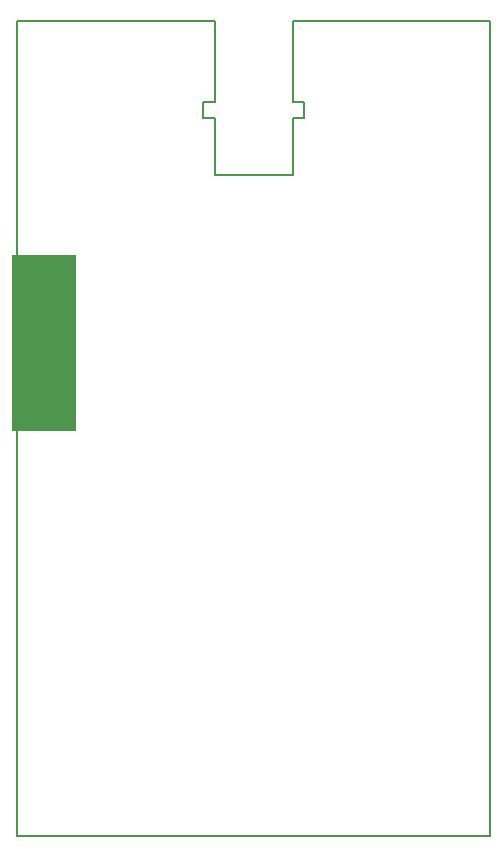
<source format=gko>
G04*
G04 #@! TF.GenerationSoftware,Altium Limited,Altium Designer,18.1.7 (191)*
G04*
G04 Layer_Color=16711935*
%FSLAX25Y25*%
%MOIN*%
G70*
G01*
G75*
%ADD12C,0.00787*%
%ADD119R,0.21654X0.59055*%
D12*
X157480Y-0D02*
X157480Y271654D01*
X91748D02*
X157480D01*
X91748Y244882D02*
Y271654D01*
Y244882D02*
X95685D01*
Y239370D02*
Y244882D01*
X91748Y239370D02*
X95685D01*
X91748Y220473D02*
Y239370D01*
X65764Y220473D02*
X91748D01*
X65764D02*
Y239370D01*
X61827D02*
X65764D01*
X61827D02*
Y244882D01*
X65764D01*
Y271654D01*
X0D02*
X65764D01*
X0Y0D02*
Y271654D01*
Y0D02*
X157480Y-0D01*
D119*
X9055Y164370D02*
D03*
M02*

</source>
